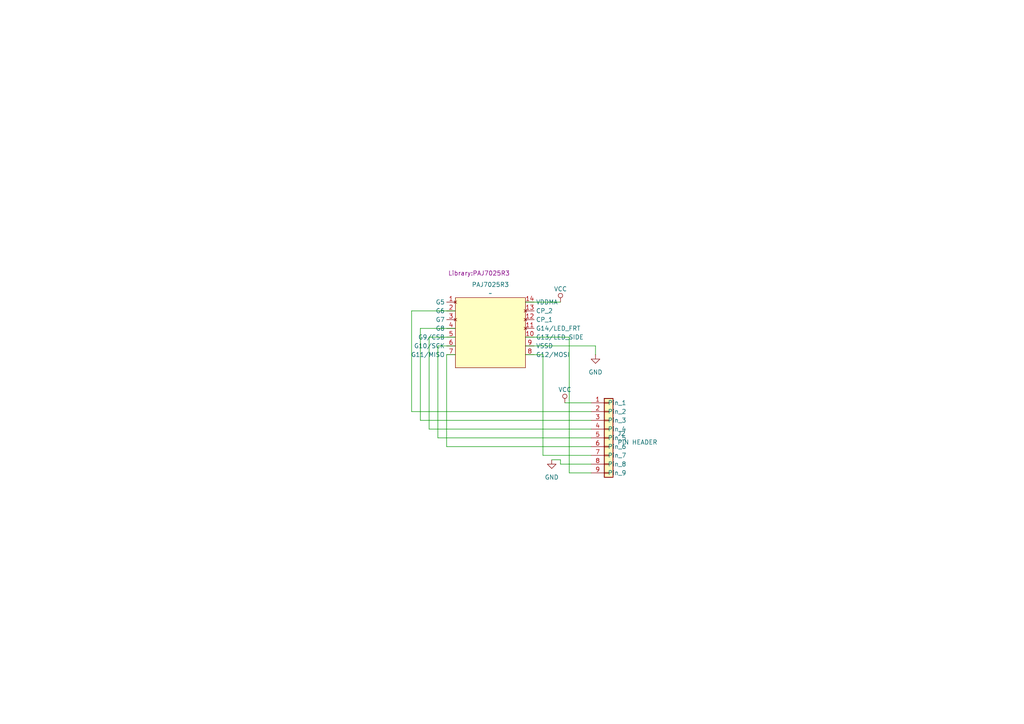
<source format=kicad_sch>
(kicad_sch
	(version 20231120)
	(generator "eeschema")
	(generator_version "8.0")
	(uuid "679440e7-014f-4f1f-a12d-65b0fc6d2957")
	(paper "A4")
	(lib_symbols
		(symbol "Connector_Generic:Conn_01x09"
			(pin_names
				(offset 1.016)
			)
			(exclude_from_sim no)
			(in_bom yes)
			(on_board yes)
			(property "Reference" "J"
				(at 0 12.7 0)
				(effects
					(font
						(size 1.27 1.27)
					)
				)
			)
			(property "Value" "Conn_01x09"
				(at 0 -12.7 0)
				(effects
					(font
						(size 1.27 1.27)
					)
				)
			)
			(property "Footprint" ""
				(at 0 0 0)
				(effects
					(font
						(size 1.27 1.27)
					)
					(hide yes)
				)
			)
			(property "Datasheet" "~"
				(at 0 0 0)
				(effects
					(font
						(size 1.27 1.27)
					)
					(hide yes)
				)
			)
			(property "Description" "Generic connector, single row, 01x09, script generated (kicad-library-utils/schlib/autogen/connector/)"
				(at 0 0 0)
				(effects
					(font
						(size 1.27 1.27)
					)
					(hide yes)
				)
			)
			(property "ki_keywords" "connector"
				(at 0 0 0)
				(effects
					(font
						(size 1.27 1.27)
					)
					(hide yes)
				)
			)
			(property "ki_fp_filters" "Connector*:*_1x??_*"
				(at 0 0 0)
				(effects
					(font
						(size 1.27 1.27)
					)
					(hide yes)
				)
			)
			(symbol "Conn_01x09_1_1"
				(rectangle
					(start -1.27 -10.033)
					(end 0 -10.287)
					(stroke
						(width 0.1524)
						(type default)
					)
					(fill
						(type none)
					)
				)
				(rectangle
					(start -1.27 -7.493)
					(end 0 -7.747)
					(stroke
						(width 0.1524)
						(type default)
					)
					(fill
						(type none)
					)
				)
				(rectangle
					(start -1.27 -4.953)
					(end 0 -5.207)
					(stroke
						(width 0.1524)
						(type default)
					)
					(fill
						(type none)
					)
				)
				(rectangle
					(start -1.27 -2.413)
					(end 0 -2.667)
					(stroke
						(width 0.1524)
						(type default)
					)
					(fill
						(type none)
					)
				)
				(rectangle
					(start -1.27 0.127)
					(end 0 -0.127)
					(stroke
						(width 0.1524)
						(type default)
					)
					(fill
						(type none)
					)
				)
				(rectangle
					(start -1.27 2.667)
					(end 0 2.413)
					(stroke
						(width 0.1524)
						(type default)
					)
					(fill
						(type none)
					)
				)
				(rectangle
					(start -1.27 5.207)
					(end 0 4.953)
					(stroke
						(width 0.1524)
						(type default)
					)
					(fill
						(type none)
					)
				)
				(rectangle
					(start -1.27 7.747)
					(end 0 7.493)
					(stroke
						(width 0.1524)
						(type default)
					)
					(fill
						(type none)
					)
				)
				(rectangle
					(start -1.27 10.287)
					(end 0 10.033)
					(stroke
						(width 0.1524)
						(type default)
					)
					(fill
						(type none)
					)
				)
				(rectangle
					(start -1.27 11.43)
					(end 1.27 -11.43)
					(stroke
						(width 0.254)
						(type default)
					)
					(fill
						(type background)
					)
				)
				(pin passive line
					(at -5.08 10.16 0)
					(length 3.81)
					(name "Pin_1"
						(effects
							(font
								(size 1.27 1.27)
							)
						)
					)
					(number "1"
						(effects
							(font
								(size 1.27 1.27)
							)
						)
					)
				)
				(pin passive line
					(at -5.08 7.62 0)
					(length 3.81)
					(name "Pin_2"
						(effects
							(font
								(size 1.27 1.27)
							)
						)
					)
					(number "2"
						(effects
							(font
								(size 1.27 1.27)
							)
						)
					)
				)
				(pin passive line
					(at -5.08 5.08 0)
					(length 3.81)
					(name "Pin_3"
						(effects
							(font
								(size 1.27 1.27)
							)
						)
					)
					(number "3"
						(effects
							(font
								(size 1.27 1.27)
							)
						)
					)
				)
				(pin passive line
					(at -5.08 2.54 0)
					(length 3.81)
					(name "Pin_4"
						(effects
							(font
								(size 1.27 1.27)
							)
						)
					)
					(number "4"
						(effects
							(font
								(size 1.27 1.27)
							)
						)
					)
				)
				(pin passive line
					(at -5.08 0 0)
					(length 3.81)
					(name "Pin_5"
						(effects
							(font
								(size 1.27 1.27)
							)
						)
					)
					(number "5"
						(effects
							(font
								(size 1.27 1.27)
							)
						)
					)
				)
				(pin passive line
					(at -5.08 -2.54 0)
					(length 3.81)
					(name "Pin_6"
						(effects
							(font
								(size 1.27 1.27)
							)
						)
					)
					(number "6"
						(effects
							(font
								(size 1.27 1.27)
							)
						)
					)
				)
				(pin passive line
					(at -5.08 -5.08 0)
					(length 3.81)
					(name "Pin_7"
						(effects
							(font
								(size 1.27 1.27)
							)
						)
					)
					(number "7"
						(effects
							(font
								(size 1.27 1.27)
							)
						)
					)
				)
				(pin passive line
					(at -5.08 -7.62 0)
					(length 3.81)
					(name "Pin_8"
						(effects
							(font
								(size 1.27 1.27)
							)
						)
					)
					(number "8"
						(effects
							(font
								(size 1.27 1.27)
							)
						)
					)
				)
				(pin passive line
					(at -5.08 -10.16 0)
					(length 3.81)
					(name "Pin_9"
						(effects
							(font
								(size 1.27 1.27)
							)
						)
					)
					(number "9"
						(effects
							(font
								(size 1.27 1.27)
							)
						)
					)
				)
			)
		)
		(symbol "PIXART:PAJ7025R3"
			(exclude_from_sim no)
			(in_bom yes)
			(on_board yes)
			(property "Reference" "U"
				(at 0 0 0)
				(effects
					(font
						(size 1.27 1.27)
					)
				)
			)
			(property "Value" ""
				(at 0 0 0)
				(effects
					(font
						(size 1.27 1.27)
					)
				)
			)
			(property "Footprint" ""
				(at 0 0 0)
				(effects
					(font
						(size 1.27 1.27)
					)
					(hide yes)
				)
			)
			(property "Datasheet" ""
				(at 0 0 0)
				(effects
					(font
						(size 1.27 1.27)
					)
					(hide yes)
				)
			)
			(property "Description" ""
				(at 0 0 0)
				(effects
					(font
						(size 1.27 1.27)
					)
					(hide yes)
				)
			)
			(symbol "PAJ7025R3_1_1"
				(rectangle
					(start -7.62 -3.81)
					(end 12.7 -24.13)
					(stroke
						(width 0)
						(type default)
					)
					(fill
						(type background)
					)
				)
				(pin no_connect line
					(at -7.62 -5.08 180)
					(length 2.54)
					(name "G5"
						(effects
							(font
								(size 1.27 1.27)
							)
						)
					)
					(number "1"
						(effects
							(font
								(size 1.27 1.27)
							)
						)
					)
				)
				(pin bidirectional line
					(at 12.7 -15.24 0)
					(length 2.54)
					(name "G13/LED_SIDE"
						(effects
							(font
								(size 1.27 1.27)
							)
						)
					)
					(number "10"
						(effects
							(font
								(size 1.27 1.27)
							)
						)
					)
				)
				(pin no_connect line
					(at 12.7 -12.7 0)
					(length 2.54)
					(name "G14/LED_FRT"
						(effects
							(font
								(size 1.27 1.27)
							)
						)
					)
					(number "11"
						(effects
							(font
								(size 1.27 1.27)
							)
						)
					)
				)
				(pin no_connect line
					(at 12.7 -10.16 0)
					(length 2.54)
					(name "CP_1"
						(effects
							(font
								(size 1.27 1.27)
							)
						)
					)
					(number "12"
						(effects
							(font
								(size 1.27 1.27)
							)
						)
					)
				)
				(pin no_connect line
					(at 12.7 -7.62 0)
					(length 2.54)
					(name "CP_2"
						(effects
							(font
								(size 1.27 1.27)
							)
						)
					)
					(number "13"
						(effects
							(font
								(size 1.27 1.27)
							)
						)
					)
				)
				(pin power_in line
					(at 12.7 -5.08 0)
					(length 2.54)
					(name "VDDMA"
						(effects
							(font
								(size 1.27 1.27)
							)
						)
					)
					(number "14"
						(effects
							(font
								(size 1.27 1.27)
							)
						)
					)
				)
				(pin bidirectional line
					(at -7.62 -7.62 180)
					(length 2.54)
					(name "G6"
						(effects
							(font
								(size 1.27 1.27)
							)
						)
					)
					(number "2"
						(effects
							(font
								(size 1.27 1.27)
							)
						)
					)
				)
				(pin no_connect line
					(at -7.62 -10.16 180)
					(length 2.54)
					(name "G7"
						(effects
							(font
								(size 1.27 1.27)
							)
						)
					)
					(number "3"
						(effects
							(font
								(size 1.27 1.27)
							)
						)
					)
				)
				(pin bidirectional line
					(at -7.62 -12.7 180)
					(length 2.54)
					(name "G8"
						(effects
							(font
								(size 1.27 1.27)
							)
						)
					)
					(number "4"
						(effects
							(font
								(size 1.27 1.27)
							)
						)
					)
				)
				(pin bidirectional line
					(at -7.62 -15.24 180)
					(length 2.54)
					(name "G9/CSB"
						(effects
							(font
								(size 1.27 1.27)
							)
						)
					)
					(number "5"
						(effects
							(font
								(size 1.27 1.27)
							)
						)
					)
				)
				(pin bidirectional line
					(at -7.62 -17.78 180)
					(length 2.54)
					(name "G10/SCK"
						(effects
							(font
								(size 1.27 1.27)
							)
						)
					)
					(number "6"
						(effects
							(font
								(size 1.27 1.27)
							)
						)
					)
				)
				(pin bidirectional line
					(at -7.62 -20.32 180)
					(length 2.54)
					(name "G11/MISO"
						(effects
							(font
								(size 1.27 1.27)
							)
						)
					)
					(number "7"
						(effects
							(font
								(size 1.27 1.27)
							)
						)
					)
				)
				(pin bidirectional line
					(at 12.7 -20.32 0)
					(length 2.54)
					(name "G12/MOSI"
						(effects
							(font
								(size 1.27 1.27)
							)
						)
					)
					(number "8"
						(effects
							(font
								(size 1.27 1.27)
							)
						)
					)
				)
				(pin power_out line
					(at 12.7 -17.78 0)
					(length 2.54)
					(name "VSSD"
						(effects
							(font
								(size 1.27 1.27)
							)
						)
					)
					(number "9"
						(effects
							(font
								(size 1.27 1.27)
							)
						)
					)
				)
			)
		)
		(symbol "PixArt-rescue:VCC"
			(power)
			(pin_names
				(offset 0)
			)
			(exclude_from_sim no)
			(in_bom yes)
			(on_board yes)
			(property "Reference" "#PWR"
				(at 0 -3.81 0)
				(effects
					(font
						(size 1.27 1.27)
					)
					(hide yes)
				)
			)
			(property "Value" "VCC"
				(at 0 3.81 0)
				(effects
					(font
						(size 1.27 1.27)
					)
				)
			)
			(property "Footprint" ""
				(at 0 0 0)
				(effects
					(font
						(size 1.27 1.27)
					)
					(hide yes)
				)
			)
			(property "Datasheet" ""
				(at 0 0 0)
				(effects
					(font
						(size 1.27 1.27)
					)
					(hide yes)
				)
			)
			(property "Description" ""
				(at 0 0 0)
				(effects
					(font
						(size 1.27 1.27)
					)
					(hide yes)
				)
			)
			(property "Field5" ""
				(at 0 0 0)
				(effects
					(font
						(size 1.27 1.27)
					)
					(hide yes)
				)
			)
			(symbol "VCC_0_1"
				(polyline
					(pts
						(xy 0 0) (xy 0 1.27)
					)
					(stroke
						(width 0)
						(type solid)
					)
					(fill
						(type none)
					)
				)
				(circle
					(center 0 1.905)
					(radius 0.635)
					(stroke
						(width 0)
						(type solid)
					)
					(fill
						(type none)
					)
				)
			)
			(symbol "VCC_1_1"
				(pin power_in line
					(at 0 0 90)
					(length 0) hide
					(name "VCC"
						(effects
							(font
								(size 1.27 1.27)
							)
						)
					)
					(number "1"
						(effects
							(font
								(size 1.27 1.27)
							)
						)
					)
				)
			)
		)
		(symbol "power:GND"
			(power)
			(pin_numbers hide)
			(pin_names
				(offset 0) hide)
			(exclude_from_sim no)
			(in_bom yes)
			(on_board yes)
			(property "Reference" "#PWR"
				(at 0 -6.35 0)
				(effects
					(font
						(size 1.27 1.27)
					)
					(hide yes)
				)
			)
			(property "Value" "GND"
				(at 0 -3.81 0)
				(effects
					(font
						(size 1.27 1.27)
					)
				)
			)
			(property "Footprint" ""
				(at 0 0 0)
				(effects
					(font
						(size 1.27 1.27)
					)
					(hide yes)
				)
			)
			(property "Datasheet" ""
				(at 0 0 0)
				(effects
					(font
						(size 1.27 1.27)
					)
					(hide yes)
				)
			)
			(property "Description" "Power symbol creates a global label with name \"GND\" , ground"
				(at 0 0 0)
				(effects
					(font
						(size 1.27 1.27)
					)
					(hide yes)
				)
			)
			(property "ki_keywords" "global power"
				(at 0 0 0)
				(effects
					(font
						(size 1.27 1.27)
					)
					(hide yes)
				)
			)
			(symbol "GND_0_1"
				(polyline
					(pts
						(xy 0 0) (xy 0 -1.27) (xy 1.27 -1.27) (xy 0 -2.54) (xy -1.27 -1.27) (xy 0 -1.27)
					)
					(stroke
						(width 0)
						(type default)
					)
					(fill
						(type none)
					)
				)
			)
			(symbol "GND_1_1"
				(pin power_in line
					(at 0 0 270)
					(length 0)
					(name "~"
						(effects
							(font
								(size 1.27 1.27)
							)
						)
					)
					(number "1"
						(effects
							(font
								(size 1.27 1.27)
							)
						)
					)
				)
			)
		)
	)
	(wire
		(pts
			(xy 132.08 102.87) (xy 129.54 102.87)
		)
		(stroke
			(width 0)
			(type default)
		)
		(uuid "09687972-435b-4d0f-bf95-5491b26d2424")
	)
	(wire
		(pts
			(xy 152.4 100.33) (xy 172.72 100.33)
		)
		(stroke
			(width 0)
			(type default)
		)
		(uuid "1878fff3-4087-4b54-9432-821a83e970ce")
	)
	(wire
		(pts
			(xy 152.4 87.63) (xy 162.56 87.63)
		)
		(stroke
			(width 0)
			(type default)
		)
		(uuid "23f5f14e-33b4-4a45-afcc-9449bc4c9aeb")
	)
	(wire
		(pts
			(xy 172.72 100.33) (xy 172.72 102.87)
		)
		(stroke
			(width 0)
			(type default)
		)
		(uuid "2880dd81-1bba-495b-9a1d-f7176ed205b5")
	)
	(wire
		(pts
			(xy 119.38 119.38) (xy 119.38 90.17)
		)
		(stroke
			(width 0)
			(type default)
		)
		(uuid "2db470ad-ea4b-42ae-8731-d31f932b32e2")
	)
	(wire
		(pts
			(xy 171.45 119.38) (xy 119.38 119.38)
		)
		(stroke
			(width 0)
			(type default)
		)
		(uuid "3f515b08-910b-4fa8-aca3-ed4ae4bee377")
	)
	(wire
		(pts
			(xy 129.54 102.87) (xy 129.54 129.54)
		)
		(stroke
			(width 0)
			(type default)
		)
		(uuid "40bc12db-0e5b-4907-ae55-501150e6d8a2")
	)
	(wire
		(pts
			(xy 157.48 102.87) (xy 157.48 132.08)
		)
		(stroke
			(width 0)
			(type default)
		)
		(uuid "41e04bac-2e63-4781-8581-56b45a350671")
	)
	(wire
		(pts
			(xy 119.38 90.17) (xy 132.08 90.17)
		)
		(stroke
			(width 0)
			(type default)
		)
		(uuid "4e5abf89-ae33-4a8b-bf06-d9127f54e10a")
	)
	(wire
		(pts
			(xy 162.56 134.62) (xy 171.45 134.62)
		)
		(stroke
			(width 0)
			(type default)
		)
		(uuid "54e89cee-0918-429f-ab0c-202b296e6c27")
	)
	(wire
		(pts
			(xy 127 100.33) (xy 132.08 100.33)
		)
		(stroke
			(width 0)
			(type default)
		)
		(uuid "65828b3f-e436-462d-805f-d08191014a91")
	)
	(wire
		(pts
			(xy 157.48 132.08) (xy 171.45 132.08)
		)
		(stroke
			(width 0)
			(type default)
		)
		(uuid "82edb309-21e5-405b-b086-9a2376102d50")
	)
	(wire
		(pts
			(xy 121.92 121.92) (xy 121.92 95.25)
		)
		(stroke
			(width 0)
			(type default)
		)
		(uuid "8d0c464c-0591-4936-ae83-29906c45ec1d")
	)
	(wire
		(pts
			(xy 152.4 102.87) (xy 157.48 102.87)
		)
		(stroke
			(width 0)
			(type default)
		)
		(uuid "8e58d7a5-352c-4a4b-9cb0-b8c9a6995d69")
	)
	(wire
		(pts
			(xy 163.83 116.84) (xy 171.45 116.84)
		)
		(stroke
			(width 0)
			(type default)
		)
		(uuid "b5103c5b-0b39-4f95-ab20-141a83b6a056")
	)
	(wire
		(pts
			(xy 152.4 97.79) (xy 165.1 97.79)
		)
		(stroke
			(width 0)
			(type default)
		)
		(uuid "b539e943-c64c-4348-9e81-d484b3ed08e6")
	)
	(wire
		(pts
			(xy 160.02 133.35) (xy 162.56 133.35)
		)
		(stroke
			(width 0)
			(type default)
		)
		(uuid "b70c1039-b137-4cd1-a030-15c42f0740ed")
	)
	(wire
		(pts
			(xy 124.46 97.79) (xy 132.08 97.79)
		)
		(stroke
			(width 0)
			(type default)
		)
		(uuid "b764a63a-45ea-4079-b453-cc1331137de8")
	)
	(wire
		(pts
			(xy 127 127) (xy 127 100.33)
		)
		(stroke
			(width 0)
			(type default)
		)
		(uuid "b90c5ba2-1e8c-4d22-aab5-5a4f1dd6fa06")
	)
	(wire
		(pts
			(xy 121.92 95.25) (xy 132.08 95.25)
		)
		(stroke
			(width 0)
			(type default)
		)
		(uuid "b963b78b-9849-4a9b-9423-0ccda2ebd742")
	)
	(wire
		(pts
			(xy 124.46 124.46) (xy 124.46 97.79)
		)
		(stroke
			(width 0)
			(type default)
		)
		(uuid "bba1b375-62c4-4316-89a5-3e38c2b00076")
	)
	(wire
		(pts
			(xy 171.45 124.46) (xy 124.46 124.46)
		)
		(stroke
			(width 0)
			(type default)
		)
		(uuid "c499244c-deb7-4e20-a2a3-a74d05b94212")
	)
	(wire
		(pts
			(xy 129.54 129.54) (xy 171.45 129.54)
		)
		(stroke
			(width 0)
			(type default)
		)
		(uuid "cd266bb2-d424-4526-b097-fe13c9064ef6")
	)
	(wire
		(pts
			(xy 165.1 97.79) (xy 165.1 137.16)
		)
		(stroke
			(width 0)
			(type default)
		)
		(uuid "d14dc69a-7cb6-4bd3-9e71-30c06abce36d")
	)
	(wire
		(pts
			(xy 162.56 134.62) (xy 162.56 133.35)
		)
		(stroke
			(width 0)
			(type default)
		)
		(uuid "d85ec4b8-7b6e-4f79-a0d8-0315490cf323")
	)
	(wire
		(pts
			(xy 165.1 137.16) (xy 171.45 137.16)
		)
		(stroke
			(width 0)
			(type default)
		)
		(uuid "e3e0bc10-791d-4c8d-9cfc-481e6cc63860")
	)
	(wire
		(pts
			(xy 171.45 121.92) (xy 121.92 121.92)
		)
		(stroke
			(width 0)
			(type default)
		)
		(uuid "fd768077-b165-4e50-b509-f2861dd0f883")
	)
	(wire
		(pts
			(xy 171.45 127) (xy 127 127)
		)
		(stroke
			(width 0)
			(type default)
		)
		(uuid "fdde56d1-e146-41be-8fed-ed5d56d21307")
	)
	(symbol
		(lib_id "power:GND")
		(at 160.02 133.35 0)
		(unit 1)
		(exclude_from_sim no)
		(in_bom yes)
		(on_board yes)
		(dnp no)
		(fields_autoplaced yes)
		(uuid "161ce7cc-4c5e-4cc4-87a2-68e681c23759")
		(property "Reference" "#PWR04"
			(at 160.02 139.7 0)
			(effects
				(font
					(size 1.27 1.27)
				)
				(hide yes)
			)
		)
		(property "Value" "GND"
			(at 160.02 138.43 0)
			(effects
				(font
					(size 1.27 1.27)
				)
			)
		)
		(property "Footprint" ""
			(at 160.02 133.35 0)
			(effects
				(font
					(size 1.27 1.27)
				)
				(hide yes)
			)
		)
		(property "Datasheet" ""
			(at 160.02 133.35 0)
			(effects
				(font
					(size 1.27 1.27)
				)
				(hide yes)
			)
		)
		(property "Description" "Power symbol creates a global label with name \"GND\" , ground"
			(at 160.02 133.35 0)
			(effects
				(font
					(size 1.27 1.27)
				)
				(hide yes)
			)
		)
		(pin "1"
			(uuid "60f3f53f-81ee-4860-8aef-a427f32959dc")
		)
		(instances
			(project "Pixart pcb"
				(path "/679440e7-014f-4f1f-a12d-65b0fc6d2957"
					(reference "#PWR04")
					(unit 1)
				)
			)
		)
	)
	(symbol
		(lib_id "PixArt-rescue:VCC")
		(at 162.56 87.63 0)
		(unit 1)
		(exclude_from_sim no)
		(in_bom yes)
		(on_board yes)
		(dnp no)
		(uuid "60673a97-bf3e-4b41-851b-afa90afab10c")
		(property "Reference" "#PWR02"
			(at 162.56 91.44 0)
			(effects
				(font
					(size 1.27 1.27)
				)
				(hide yes)
			)
		)
		(property "Value" "VCC"
			(at 162.56 83.82 0)
			(effects
				(font
					(size 1.27 1.27)
				)
			)
		)
		(property "Footprint" ""
			(at 162.56 87.63 0)
			(effects
				(font
					(size 1.27 1.27)
				)
				(hide yes)
			)
		)
		(property "Datasheet" ""
			(at 162.56 87.63 0)
			(effects
				(font
					(size 1.27 1.27)
				)
				(hide yes)
			)
		)
		(property "Description" ""
			(at 162.56 87.63 0)
			(effects
				(font
					(size 1.27 1.27)
				)
				(hide yes)
			)
		)
		(pin "1"
			(uuid "83c3d122-6305-4804-bd05-1e7d0203c2bf")
		)
		(instances
			(project "Pixart pcb"
				(path "/679440e7-014f-4f1f-a12d-65b0fc6d2957"
					(reference "#PWR02")
					(unit 1)
				)
			)
		)
	)
	(symbol
		(lib_id "power:GND")
		(at 172.72 102.87 0)
		(unit 1)
		(exclude_from_sim no)
		(in_bom yes)
		(on_board yes)
		(dnp no)
		(fields_autoplaced yes)
		(uuid "6e48469d-0440-468f-b9a9-0a94f34ceb4c")
		(property "Reference" "#PWR01"
			(at 172.72 109.22 0)
			(effects
				(font
					(size 1.27 1.27)
				)
				(hide yes)
			)
		)
		(property "Value" "GND"
			(at 172.72 107.95 0)
			(effects
				(font
					(size 1.27 1.27)
				)
			)
		)
		(property "Footprint" ""
			(at 172.72 102.87 0)
			(effects
				(font
					(size 1.27 1.27)
				)
				(hide yes)
			)
		)
		(property "Datasheet" ""
			(at 172.72 102.87 0)
			(effects
				(font
					(size 1.27 1.27)
				)
				(hide yes)
			)
		)
		(property "Description" "Power symbol creates a global label with name \"GND\" , ground"
			(at 172.72 102.87 0)
			(effects
				(font
					(size 1.27 1.27)
				)
				(hide yes)
			)
		)
		(pin "1"
			(uuid "a2478380-7be5-4218-af9a-38e2348bd2ad")
		)
		(instances
			(project ""
				(path "/679440e7-014f-4f1f-a12d-65b0fc6d2957"
					(reference "#PWR01")
					(unit 1)
				)
			)
		)
	)
	(symbol
		(lib_id "PIXART:PAJ7025R3")
		(at 139.7 82.55 0)
		(unit 1)
		(exclude_from_sim no)
		(in_bom yes)
		(on_board yes)
		(dnp no)
		(uuid "cc8465b4-4ce5-4b1f-8466-87f228d2c220")
		(property "Reference" "PAJ7025R3"
			(at 142.24 82.55 0)
			(effects
				(font
					(size 1.27 1.27)
				)
			)
		)
		(property "Value" "~"
			(at 142.24 85.09 0)
			(effects
				(font
					(size 1.27 1.27)
				)
			)
		)
		(property "Footprint" "Library:PAJ7025R3"
			(at 138.938 79.248 0)
			(effects
				(font
					(size 1.27 1.27)
				)
			)
		)
		(property "Datasheet" ""
			(at 139.7 82.55 0)
			(effects
				(font
					(size 1.27 1.27)
				)
				(hide yes)
			)
		)
		(property "Description" ""
			(at 139.7 82.55 0)
			(effects
				(font
					(size 1.27 1.27)
				)
				(hide yes)
			)
		)
		(pin "8"
			(uuid "44ee94ea-bb94-470a-8b5a-b16366c37c53")
		)
		(pin "7"
			(uuid "6b24342e-6435-440c-b06b-757f19c9b39a")
		)
		(pin "12"
			(uuid "d7fcd08a-fcfc-4010-846f-a3200045504e")
		)
		(pin "5"
			(uuid "a84bdbbf-7d40-443d-8031-630450161d8f")
		)
		(pin "10"
			(uuid "4eb6f4b9-51c0-434f-985b-1429d0af5a60")
		)
		(pin "14"
			(uuid "6e8ae749-8913-44db-9ad0-f19021c72287")
		)
		(pin "1"
			(uuid "8d17c24e-100b-4203-a652-c3c74cfdc1e8")
		)
		(pin "6"
			(uuid "52243d1c-5973-4a11-96c8-dda8f8b37731")
		)
		(pin "9"
			(uuid "12e64872-2a56-455a-8eef-b3857b65957f")
		)
		(pin "11"
			(uuid "790a567c-7527-4872-81f1-32214331fc0b")
		)
		(pin "3"
			(uuid "9011ced2-acbc-4aaa-9079-6eda31b12c79")
		)
		(pin "4"
			(uuid "9755a43e-af8b-4328-bf89-07aafe746790")
		)
		(pin "13"
			(uuid "27650cf1-7878-4e14-870c-a7a619b9ebbf")
		)
		(pin "2"
			(uuid "f099f5ab-daf3-45ce-98f1-de9c63962bcf")
		)
		(instances
			(project ""
				(path "/679440e7-014f-4f1f-a12d-65b0fc6d2957"
					(reference "PAJ7025R3")
					(unit 1)
				)
			)
		)
	)
	(symbol
		(lib_id "Connector_Generic:Conn_01x09")
		(at 176.53 127 0)
		(unit 1)
		(exclude_from_sim no)
		(in_bom yes)
		(on_board yes)
		(dnp no)
		(fields_autoplaced yes)
		(uuid "ddd64a5b-c1f8-4d20-959d-0e5135691d5f")
		(property "Reference" "J2"
			(at 179.07 125.7299 0)
			(effects
				(font
					(size 1.27 1.27)
				)
				(justify left)
			)
		)
		(property "Value" "PIN HEADER"
			(at 179.07 128.2699 0)
			(effects
				(font
					(size 1.27 1.27)
				)
				(justify left)
			)
		)
		(property "Footprint" "Library:Molex_KK-6410-09_09x2.54mm_Straight"
			(at 176.53 127 0)
			(effects
				(font
					(size 1.27 1.27)
				)
				(hide yes)
			)
		)
		(property "Datasheet" "~"
			(at 176.53 127 0)
			(effects
				(font
					(size 1.27 1.27)
				)
				(hide yes)
			)
		)
		(property "Description" "Generic connector, single row, 01x09, script generated (kicad-library-utils/schlib/autogen/connector/)"
			(at 176.53 127 0)
			(effects
				(font
					(size 1.27 1.27)
				)
				(hide yes)
			)
		)
		(pin "6"
			(uuid "cbe00a0c-c002-44d3-b0ed-31894cf4e22e")
		)
		(pin "2"
			(uuid "184dbf47-3acd-416c-9be6-062f7f74b437")
		)
		(pin "7"
			(uuid "5fca1b6f-4a19-443e-9729-73e0bea5a666")
		)
		(pin "3"
			(uuid "847662ac-a1df-4865-aedf-ec52c5be2ce5")
		)
		(pin "4"
			(uuid "8366d953-f7b8-45eb-92dc-77e42af58c4b")
		)
		(pin "5"
			(uuid "88fe4033-0814-4ebd-a03d-f4ee8c39fdff")
		)
		(pin "9"
			(uuid "7a88f797-2530-4d04-a5f4-8a28f68f267e")
		)
		(pin "1"
			(uuid "b42392cb-edcc-4bed-ae24-d22e43fb7b76")
		)
		(pin "8"
			(uuid "88e723eb-f262-4967-9128-eb0ca04abf8f")
		)
		(instances
			(project ""
				(path "/679440e7-014f-4f1f-a12d-65b0fc6d2957"
					(reference "J2")
					(unit 1)
				)
			)
		)
	)
	(symbol
		(lib_id "PixArt-rescue:VCC")
		(at 163.83 116.84 0)
		(unit 1)
		(exclude_from_sim no)
		(in_bom yes)
		(on_board yes)
		(dnp no)
		(uuid "f05d276d-9734-4e94-9560-964182455af9")
		(property "Reference" "#PWR03"
			(at 163.83 120.65 0)
			(effects
				(font
					(size 1.27 1.27)
				)
				(hide yes)
			)
		)
		(property "Value" "VCC"
			(at 163.83 113.03 0)
			(effects
				(font
					(size 1.27 1.27)
				)
			)
		)
		(property "Footprint" ""
			(at 163.83 116.84 0)
			(effects
				(font
					(size 1.27 1.27)
				)
				(hide yes)
			)
		)
		(property "Datasheet" ""
			(at 163.83 116.84 0)
			(effects
				(font
					(size 1.27 1.27)
				)
				(hide yes)
			)
		)
		(property "Description" ""
			(at 163.83 116.84 0)
			(effects
				(font
					(size 1.27 1.27)
				)
				(hide yes)
			)
		)
		(pin "1"
			(uuid "2f2c196b-f783-42fd-83fc-90e98940653e")
		)
		(instances
			(project "Pixart pcb"
				(path "/679440e7-014f-4f1f-a12d-65b0fc6d2957"
					(reference "#PWR03")
					(unit 1)
				)
			)
		)
	)
	(sheet_instances
		(path "/"
			(page "1")
		)
	)
)

</source>
